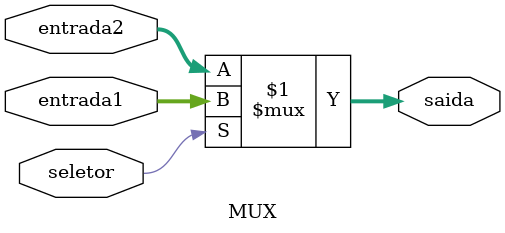
<source format=v>
module MUX (entrada1, entrada2, seletor, saida);

    input wire [31:0] entrada1, entrada2;
    input wire seletor;
    output [31:0] saida;
    assign saida = seletor ? entrada1 : entrada2;
endmodule
</source>
